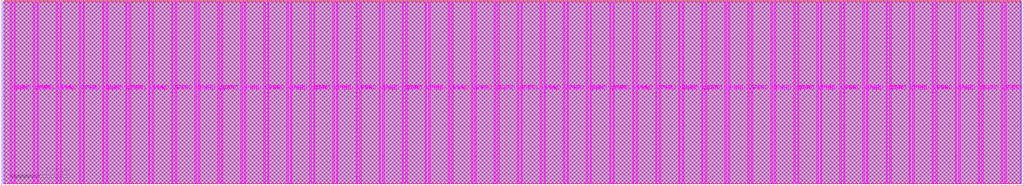
<source format=lef>
VERSION 5.7 ;
  NOWIREEXTENSIONATPIN ON ;
  DIVIDERCHAR "/" ;
  BUSBITCHARS "[]" ;
MACRO tt_um_corey
  CLASS BLOCK ;
  FOREIGN tt_um_corey ;
  ORIGIN 0.000 0.000 ;
  SIZE 1724.160 BY 313.740 ;
  PIN VGND
    DIRECTION INOUT ;
    USE GROUND ;
    PORT
      LAYER TopMetal1 ;
        RECT 21.580 3.150 23.780 310.180 ;
    END
    PORT
      LAYER TopMetal1 ;
        RECT 60.450 3.150 62.650 310.180 ;
    END
    PORT
      LAYER TopMetal1 ;
        RECT 99.320 3.150 101.520 310.180 ;
    END
    PORT
      LAYER TopMetal1 ;
        RECT 138.190 3.150 140.390 310.180 ;
    END
    PORT
      LAYER TopMetal1 ;
        RECT 177.060 3.150 179.260 310.180 ;
    END
    PORT
      LAYER TopMetal1 ;
        RECT 215.930 3.150 218.130 310.180 ;
    END
    PORT
      LAYER TopMetal1 ;
        RECT 254.800 3.150 257.000 310.180 ;
    END
    PORT
      LAYER TopMetal1 ;
        RECT 293.670 3.150 295.870 310.180 ;
    END
    PORT
      LAYER TopMetal1 ;
        RECT 332.540 3.150 334.740 310.180 ;
    END
    PORT
      LAYER TopMetal1 ;
        RECT 371.410 3.150 373.610 310.180 ;
    END
    PORT
      LAYER TopMetal1 ;
        RECT 410.280 3.150 412.480 310.180 ;
    END
    PORT
      LAYER TopMetal1 ;
        RECT 449.150 3.150 451.350 310.180 ;
    END
    PORT
      LAYER TopMetal1 ;
        RECT 488.020 3.150 490.220 310.180 ;
    END
    PORT
      LAYER TopMetal1 ;
        RECT 526.890 3.150 529.090 310.180 ;
    END
    PORT
      LAYER TopMetal1 ;
        RECT 565.760 3.150 567.960 310.180 ;
    END
    PORT
      LAYER TopMetal1 ;
        RECT 604.630 3.150 606.830 310.180 ;
    END
    PORT
      LAYER TopMetal1 ;
        RECT 643.500 3.150 645.700 310.180 ;
    END
    PORT
      LAYER TopMetal1 ;
        RECT 682.370 3.150 684.570 310.180 ;
    END
    PORT
      LAYER TopMetal1 ;
        RECT 721.240 3.150 723.440 310.180 ;
    END
    PORT
      LAYER TopMetal1 ;
        RECT 760.110 3.150 762.310 310.180 ;
    END
    PORT
      LAYER TopMetal1 ;
        RECT 798.980 3.150 801.180 310.180 ;
    END
    PORT
      LAYER TopMetal1 ;
        RECT 837.850 3.150 840.050 310.180 ;
    END
    PORT
      LAYER TopMetal1 ;
        RECT 876.720 3.150 878.920 310.180 ;
    END
    PORT
      LAYER TopMetal1 ;
        RECT 915.590 3.150 917.790 310.180 ;
    END
    PORT
      LAYER TopMetal1 ;
        RECT 954.460 3.150 956.660 310.180 ;
    END
    PORT
      LAYER TopMetal1 ;
        RECT 993.330 3.150 995.530 310.180 ;
    END
    PORT
      LAYER TopMetal1 ;
        RECT 1032.200 3.150 1034.400 310.180 ;
    END
    PORT
      LAYER TopMetal1 ;
        RECT 1071.070 3.150 1073.270 310.180 ;
    END
    PORT
      LAYER TopMetal1 ;
        RECT 1109.940 3.150 1112.140 310.180 ;
    END
    PORT
      LAYER TopMetal1 ;
        RECT 1148.810 3.150 1151.010 310.180 ;
    END
    PORT
      LAYER TopMetal1 ;
        RECT 1187.680 3.150 1189.880 310.180 ;
    END
    PORT
      LAYER TopMetal1 ;
        RECT 1226.550 3.150 1228.750 310.180 ;
    END
    PORT
      LAYER TopMetal1 ;
        RECT 1265.420 3.150 1267.620 310.180 ;
    END
    PORT
      LAYER TopMetal1 ;
        RECT 1304.290 3.150 1306.490 310.180 ;
    END
    PORT
      LAYER TopMetal1 ;
        RECT 1343.160 3.150 1345.360 310.180 ;
    END
    PORT
      LAYER TopMetal1 ;
        RECT 1382.030 3.150 1384.230 310.180 ;
    END
    PORT
      LAYER TopMetal1 ;
        RECT 1420.900 3.150 1423.100 310.180 ;
    END
    PORT
      LAYER TopMetal1 ;
        RECT 1459.770 3.150 1461.970 310.180 ;
    END
    PORT
      LAYER TopMetal1 ;
        RECT 1498.640 3.150 1500.840 310.180 ;
    END
    PORT
      LAYER TopMetal1 ;
        RECT 1537.510 3.150 1539.710 310.180 ;
    END
    PORT
      LAYER TopMetal1 ;
        RECT 1576.380 3.150 1578.580 310.180 ;
    END
    PORT
      LAYER TopMetal1 ;
        RECT 1615.250 3.150 1617.450 310.180 ;
    END
    PORT
      LAYER TopMetal1 ;
        RECT 1654.120 3.150 1656.320 310.180 ;
    END
    PORT
      LAYER TopMetal1 ;
        RECT 1692.990 3.150 1695.190 310.180 ;
    END
  END VGND
  PIN VPWR
    DIRECTION INOUT ;
    USE POWER ;
    PORT
      LAYER TopMetal1 ;
        RECT 15.380 3.560 17.580 310.590 ;
    END
    PORT
      LAYER TopMetal1 ;
        RECT 54.250 3.560 56.450 310.590 ;
    END
    PORT
      LAYER TopMetal1 ;
        RECT 93.120 3.560 95.320 310.590 ;
    END
    PORT
      LAYER TopMetal1 ;
        RECT 131.990 3.560 134.190 310.590 ;
    END
    PORT
      LAYER TopMetal1 ;
        RECT 170.860 3.560 173.060 310.590 ;
    END
    PORT
      LAYER TopMetal1 ;
        RECT 209.730 3.560 211.930 310.590 ;
    END
    PORT
      LAYER TopMetal1 ;
        RECT 248.600 3.560 250.800 310.590 ;
    END
    PORT
      LAYER TopMetal1 ;
        RECT 287.470 3.560 289.670 310.590 ;
    END
    PORT
      LAYER TopMetal1 ;
        RECT 326.340 3.560 328.540 310.590 ;
    END
    PORT
      LAYER TopMetal1 ;
        RECT 365.210 3.560 367.410 310.590 ;
    END
    PORT
      LAYER TopMetal1 ;
        RECT 404.080 3.560 406.280 310.590 ;
    END
    PORT
      LAYER TopMetal1 ;
        RECT 442.950 3.560 445.150 310.590 ;
    END
    PORT
      LAYER TopMetal1 ;
        RECT 481.820 3.560 484.020 310.590 ;
    END
    PORT
      LAYER TopMetal1 ;
        RECT 520.690 3.560 522.890 310.590 ;
    END
    PORT
      LAYER TopMetal1 ;
        RECT 559.560 3.560 561.760 310.590 ;
    END
    PORT
      LAYER TopMetal1 ;
        RECT 598.430 3.560 600.630 310.590 ;
    END
    PORT
      LAYER TopMetal1 ;
        RECT 637.300 3.560 639.500 310.590 ;
    END
    PORT
      LAYER TopMetal1 ;
        RECT 676.170 3.560 678.370 310.590 ;
    END
    PORT
      LAYER TopMetal1 ;
        RECT 715.040 3.560 717.240 310.590 ;
    END
    PORT
      LAYER TopMetal1 ;
        RECT 753.910 3.560 756.110 310.590 ;
    END
    PORT
      LAYER TopMetal1 ;
        RECT 792.780 3.560 794.980 310.590 ;
    END
    PORT
      LAYER TopMetal1 ;
        RECT 831.650 3.560 833.850 310.590 ;
    END
    PORT
      LAYER TopMetal1 ;
        RECT 870.520 3.560 872.720 310.590 ;
    END
    PORT
      LAYER TopMetal1 ;
        RECT 909.390 3.560 911.590 310.590 ;
    END
    PORT
      LAYER TopMetal1 ;
        RECT 948.260 3.560 950.460 310.590 ;
    END
    PORT
      LAYER TopMetal1 ;
        RECT 987.130 3.560 989.330 310.590 ;
    END
    PORT
      LAYER TopMetal1 ;
        RECT 1026.000 3.560 1028.200 310.590 ;
    END
    PORT
      LAYER TopMetal1 ;
        RECT 1064.870 3.560 1067.070 310.590 ;
    END
    PORT
      LAYER TopMetal1 ;
        RECT 1103.740 3.560 1105.940 310.590 ;
    END
    PORT
      LAYER TopMetal1 ;
        RECT 1142.610 3.560 1144.810 310.590 ;
    END
    PORT
      LAYER TopMetal1 ;
        RECT 1181.480 3.560 1183.680 310.590 ;
    END
    PORT
      LAYER TopMetal1 ;
        RECT 1220.350 3.560 1222.550 310.590 ;
    END
    PORT
      LAYER TopMetal1 ;
        RECT 1259.220 3.560 1261.420 310.590 ;
    END
    PORT
      LAYER TopMetal1 ;
        RECT 1298.090 3.560 1300.290 310.590 ;
    END
    PORT
      LAYER TopMetal1 ;
        RECT 1336.960 3.560 1339.160 310.590 ;
    END
    PORT
      LAYER TopMetal1 ;
        RECT 1375.830 3.560 1378.030 310.590 ;
    END
    PORT
      LAYER TopMetal1 ;
        RECT 1414.700 3.560 1416.900 310.590 ;
    END
    PORT
      LAYER TopMetal1 ;
        RECT 1453.570 3.560 1455.770 310.590 ;
    END
    PORT
      LAYER TopMetal1 ;
        RECT 1492.440 3.560 1494.640 310.590 ;
    END
    PORT
      LAYER TopMetal1 ;
        RECT 1531.310 3.560 1533.510 310.590 ;
    END
    PORT
      LAYER TopMetal1 ;
        RECT 1570.180 3.560 1572.380 310.590 ;
    END
    PORT
      LAYER TopMetal1 ;
        RECT 1609.050 3.560 1611.250 310.590 ;
    END
    PORT
      LAYER TopMetal1 ;
        RECT 1647.920 3.560 1650.120 310.590 ;
    END
    PORT
      LAYER TopMetal1 ;
        RECT 1686.790 3.560 1688.990 310.590 ;
    END
  END VPWR
  PIN clk
    DIRECTION INPUT ;
    USE SIGNAL ;
    ANTENNAGATEAREA 1.333800 ;
    ANTENNADIFFAREA 2.015400 ;
    PORT
      LAYER Metal4 ;
        RECT 187.050 312.740 187.350 313.740 ;
    END
  END clk
  PIN ena
    DIRECTION INPUT ;
    USE SIGNAL ;
    ANTENNAGATEAREA 0.180700 ;
    PORT
      LAYER Metal4 ;
        RECT 190.890 312.740 191.190 313.740 ;
    END
  END ena
  PIN rst_n
    DIRECTION INPUT ;
    USE SIGNAL ;
    ANTENNAGATEAREA 0.725400 ;
    PORT
      LAYER Metal4 ;
        RECT 183.210 312.740 183.510 313.740 ;
    END
  END rst_n
  PIN ui_in[0]
    DIRECTION INPUT ;
    USE SIGNAL ;
    ANTENNAGATEAREA 0.180700 ;
    PORT
      LAYER Metal4 ;
        RECT 179.370 312.740 179.670 313.740 ;
    END
  END ui_in[0]
  PIN ui_in[1]
    DIRECTION INPUT ;
    USE SIGNAL ;
    ANTENNAGATEAREA 0.180700 ;
    PORT
      LAYER Metal4 ;
        RECT 175.530 312.740 175.830 313.740 ;
    END
  END ui_in[1]
  PIN ui_in[2]
    DIRECTION INPUT ;
    USE SIGNAL ;
    ANTENNAGATEAREA 0.180700 ;
    PORT
      LAYER Metal4 ;
        RECT 171.690 312.740 171.990 313.740 ;
    END
  END ui_in[2]
  PIN ui_in[3]
    DIRECTION INPUT ;
    USE SIGNAL ;
    ANTENNAGATEAREA 0.180700 ;
    PORT
      LAYER Metal4 ;
        RECT 167.850 312.740 168.150 313.740 ;
    END
  END ui_in[3]
  PIN ui_in[4]
    DIRECTION INPUT ;
    USE SIGNAL ;
    ANTENNAGATEAREA 0.180700 ;
    PORT
      LAYER Metal4 ;
        RECT 164.010 312.740 164.310 313.740 ;
    END
  END ui_in[4]
  PIN ui_in[5]
    DIRECTION INPUT ;
    USE SIGNAL ;
    ANTENNAGATEAREA 0.180700 ;
    PORT
      LAYER Metal4 ;
        RECT 160.170 312.740 160.470 313.740 ;
    END
  END ui_in[5]
  PIN ui_in[6]
    DIRECTION INPUT ;
    USE SIGNAL ;
    ANTENNAGATEAREA 0.180700 ;
    PORT
      LAYER Metal4 ;
        RECT 156.330 312.740 156.630 313.740 ;
    END
  END ui_in[6]
  PIN ui_in[7]
    DIRECTION INPUT ;
    USE SIGNAL ;
    ANTENNAGATEAREA 0.180700 ;
    PORT
      LAYER Metal4 ;
        RECT 152.490 312.740 152.790 313.740 ;
    END
  END ui_in[7]
  PIN uio_in[0]
    DIRECTION INPUT ;
    USE SIGNAL ;
    PORT
      LAYER Metal4 ;
        RECT 148.650 312.740 148.950 313.740 ;
    END
  END uio_in[0]
  PIN uio_in[1]
    DIRECTION INPUT ;
    USE SIGNAL ;
    PORT
      LAYER Metal4 ;
        RECT 144.810 312.740 145.110 313.740 ;
    END
  END uio_in[1]
  PIN uio_in[2]
    DIRECTION INPUT ;
    USE SIGNAL ;
    ANTENNAGATEAREA 0.180700 ;
    PORT
      LAYER Metal4 ;
        RECT 140.970 312.740 141.270 313.740 ;
    END
  END uio_in[2]
  PIN uio_in[3]
    DIRECTION INPUT ;
    USE SIGNAL ;
    ANTENNAGATEAREA 0.180700 ;
    PORT
      LAYER Metal4 ;
        RECT 137.130 312.740 137.430 313.740 ;
    END
  END uio_in[3]
  PIN uio_in[4]
    DIRECTION INPUT ;
    USE SIGNAL ;
    ANTENNAGATEAREA 0.180700 ;
    PORT
      LAYER Metal4 ;
        RECT 133.290 312.740 133.590 313.740 ;
    END
  END uio_in[4]
  PIN uio_in[5]
    DIRECTION INPUT ;
    USE SIGNAL ;
    ANTENNAGATEAREA 0.180700 ;
    PORT
      LAYER Metal4 ;
        RECT 129.450 312.740 129.750 313.740 ;
    END
  END uio_in[5]
  PIN uio_in[6]
    DIRECTION INPUT ;
    USE SIGNAL ;
    PORT
      LAYER Metal4 ;
        RECT 125.610 312.740 125.910 313.740 ;
    END
  END uio_in[6]
  PIN uio_in[7]
    DIRECTION INPUT ;
    USE SIGNAL ;
    PORT
      LAYER Metal4 ;
        RECT 121.770 312.740 122.070 313.740 ;
    END
  END uio_in[7]
  PIN uio_oe[0]
    DIRECTION OUTPUT ;
    USE SIGNAL ;
    ANTENNADIFFAREA 0.392700 ;
    PORT
      LAYER Metal4 ;
        RECT 56.490 312.740 56.790 313.740 ;
    END
  END uio_oe[0]
  PIN uio_oe[1]
    DIRECTION OUTPUT ;
    USE SIGNAL ;
    ANTENNADIFFAREA 0.392700 ;
    PORT
      LAYER Metal4 ;
        RECT 52.650 312.740 52.950 313.740 ;
    END
  END uio_oe[1]
  PIN uio_oe[2]
    DIRECTION OUTPUT ;
    USE SIGNAL ;
    ANTENNADIFFAREA 0.299200 ;
    PORT
      LAYER Metal4 ;
        RECT 48.810 312.740 49.110 313.740 ;
    END
  END uio_oe[2]
  PIN uio_oe[3]
    DIRECTION OUTPUT ;
    USE SIGNAL ;
    ANTENNADIFFAREA 0.299200 ;
    PORT
      LAYER Metal4 ;
        RECT 44.970 312.740 45.270 313.740 ;
    END
  END uio_oe[3]
  PIN uio_oe[4]
    DIRECTION OUTPUT ;
    USE SIGNAL ;
    ANTENNADIFFAREA 0.392700 ;
    PORT
      LAYER Metal4 ;
        RECT 41.130 312.740 41.430 313.740 ;
    END
  END uio_oe[4]
  PIN uio_oe[5]
    DIRECTION OUTPUT ;
    USE SIGNAL ;
    ANTENNADIFFAREA 0.392700 ;
    PORT
      LAYER Metal4 ;
        RECT 37.290 312.740 37.590 313.740 ;
    END
  END uio_oe[5]
  PIN uio_oe[6]
    DIRECTION OUTPUT ;
    USE SIGNAL ;
    ANTENNADIFFAREA 0.392700 ;
    PORT
      LAYER Metal4 ;
        RECT 33.450 312.740 33.750 313.740 ;
    END
  END uio_oe[6]
  PIN uio_oe[7]
    DIRECTION OUTPUT ;
    USE SIGNAL ;
    ANTENNADIFFAREA 0.299200 ;
    PORT
      LAYER Metal4 ;
        RECT 29.610 312.740 29.910 313.740 ;
    END
  END uio_oe[7]
  PIN uio_out[0]
    DIRECTION OUTPUT ;
    USE SIGNAL ;
    ANTENNADIFFAREA 0.708600 ;
    PORT
      LAYER Metal4 ;
        RECT 87.210 312.740 87.510 313.740 ;
    END
  END uio_out[0]
  PIN uio_out[1]
    DIRECTION OUTPUT ;
    USE SIGNAL ;
    ANTENNAGATEAREA 0.906100 ;
    ANTENNADIFFAREA 0.972800 ;
    PORT
      LAYER Metal4 ;
        RECT 83.370 312.740 83.670 313.740 ;
    END
  END uio_out[1]
  PIN uio_out[2]
    DIRECTION OUTPUT ;
    USE SIGNAL ;
    ANTENNADIFFAREA 0.299200 ;
    PORT
      LAYER Metal4 ;
        RECT 79.530 312.740 79.830 313.740 ;
    END
  END uio_out[2]
  PIN uio_out[3]
    DIRECTION OUTPUT ;
    USE SIGNAL ;
    ANTENNADIFFAREA 0.299200 ;
    PORT
      LAYER Metal4 ;
        RECT 75.690 312.740 75.990 313.740 ;
    END
  END uio_out[3]
  PIN uio_out[4]
    DIRECTION OUTPUT ;
    USE SIGNAL ;
    ANTENNADIFFAREA 2.827200 ;
    PORT
      LAYER Metal4 ;
        RECT 71.850 312.740 72.150 313.740 ;
    END
  END uio_out[4]
  PIN uio_out[5]
    DIRECTION OUTPUT ;
    USE SIGNAL ;
    ANTENNADIFFAREA 0.299200 ;
    PORT
      LAYER Metal4 ;
        RECT 68.010 312.740 68.310 313.740 ;
    END
  END uio_out[5]
  PIN uio_out[6]
    DIRECTION OUTPUT ;
    USE SIGNAL ;
    ANTENNADIFFAREA 0.708600 ;
    PORT
      LAYER Metal4 ;
        RECT 64.170 312.740 64.470 313.740 ;
    END
  END uio_out[6]
  PIN uio_out[7]
    DIRECTION OUTPUT ;
    USE SIGNAL ;
    ANTENNADIFFAREA 0.299200 ;
    PORT
      LAYER Metal4 ;
        RECT 60.330 312.740 60.630 313.740 ;
    END
  END uio_out[7]
  PIN uo_out[0]
    DIRECTION OUTPUT ;
    USE SIGNAL ;
    ANTENNADIFFAREA 1.008100 ;
    PORT
      LAYER Metal4 ;
        RECT 117.930 312.740 118.230 313.740 ;
    END
  END uo_out[0]
  PIN uo_out[1]
    DIRECTION OUTPUT ;
    USE SIGNAL ;
    ANTENNADIFFAREA 1.008100 ;
    PORT
      LAYER Metal4 ;
        RECT 114.090 312.740 114.390 313.740 ;
    END
  END uo_out[1]
  PIN uo_out[2]
    DIRECTION OUTPUT ;
    USE SIGNAL ;
    ANTENNADIFFAREA 1.008100 ;
    PORT
      LAYER Metal4 ;
        RECT 110.250 312.740 110.550 313.740 ;
    END
  END uo_out[2]
  PIN uo_out[3]
    DIRECTION OUTPUT ;
    USE SIGNAL ;
    ANTENNADIFFAREA 1.008100 ;
    PORT
      LAYER Metal4 ;
        RECT 106.410 312.740 106.710 313.740 ;
    END
  END uo_out[3]
  PIN uo_out[4]
    DIRECTION OUTPUT ;
    USE SIGNAL ;
    ANTENNADIFFAREA 1.008100 ;
    PORT
      LAYER Metal4 ;
        RECT 102.570 312.740 102.870 313.740 ;
    END
  END uo_out[4]
  PIN uo_out[5]
    DIRECTION OUTPUT ;
    USE SIGNAL ;
    ANTENNADIFFAREA 1.008100 ;
    PORT
      LAYER Metal4 ;
        RECT 98.730 312.740 99.030 313.740 ;
    END
  END uo_out[5]
  PIN uo_out[6]
    DIRECTION OUTPUT ;
    USE SIGNAL ;
    ANTENNADIFFAREA 1.008100 ;
    PORT
      LAYER Metal4 ;
        RECT 94.890 312.740 95.190 313.740 ;
    END
  END uo_out[6]
  PIN uo_out[7]
    DIRECTION OUTPUT ;
    USE SIGNAL ;
    ANTENNADIFFAREA 1.008100 ;
    PORT
      LAYER Metal4 ;
        RECT 91.050 312.740 91.350 313.740 ;
    END
  END uo_out[7]
  OBS
      LAYER GatPoly ;
        RECT 2.880 3.630 1721.280 310.110 ;
      LAYER Metal1 ;
        RECT 2.880 3.560 1721.280 310.180 ;
      LAYER Metal2 ;
        RECT 3.735 3.635 1720.905 310.945 ;
      LAYER Metal3 ;
        RECT 3.695 3.680 1720.945 310.905 ;
      LAYER Metal4 ;
        RECT 6.135 312.530 29.400 312.740 ;
        RECT 30.120 312.530 33.240 312.740 ;
        RECT 33.960 312.530 37.080 312.740 ;
        RECT 37.800 312.530 40.920 312.740 ;
        RECT 41.640 312.530 44.760 312.740 ;
        RECT 45.480 312.530 48.600 312.740 ;
        RECT 49.320 312.530 52.440 312.740 ;
        RECT 53.160 312.530 56.280 312.740 ;
        RECT 57.000 312.530 60.120 312.740 ;
        RECT 60.840 312.530 63.960 312.740 ;
        RECT 64.680 312.530 67.800 312.740 ;
        RECT 68.520 312.530 71.640 312.740 ;
        RECT 72.360 312.530 75.480 312.740 ;
        RECT 76.200 312.530 79.320 312.740 ;
        RECT 80.040 312.530 83.160 312.740 ;
        RECT 83.880 312.530 87.000 312.740 ;
        RECT 87.720 312.530 90.840 312.740 ;
        RECT 91.560 312.530 94.680 312.740 ;
        RECT 95.400 312.530 98.520 312.740 ;
        RECT 99.240 312.530 102.360 312.740 ;
        RECT 103.080 312.530 106.200 312.740 ;
        RECT 106.920 312.530 110.040 312.740 ;
        RECT 110.760 312.530 113.880 312.740 ;
        RECT 114.600 312.530 117.720 312.740 ;
        RECT 118.440 312.530 121.560 312.740 ;
        RECT 122.280 312.530 125.400 312.740 ;
        RECT 126.120 312.530 129.240 312.740 ;
        RECT 129.960 312.530 133.080 312.740 ;
        RECT 133.800 312.530 136.920 312.740 ;
        RECT 137.640 312.530 140.760 312.740 ;
        RECT 141.480 312.530 144.600 312.740 ;
        RECT 145.320 312.530 148.440 312.740 ;
        RECT 149.160 312.530 152.280 312.740 ;
        RECT 153.000 312.530 156.120 312.740 ;
        RECT 156.840 312.530 159.960 312.740 ;
        RECT 160.680 312.530 163.800 312.740 ;
        RECT 164.520 312.530 167.640 312.740 ;
        RECT 168.360 312.530 171.480 312.740 ;
        RECT 172.200 312.530 175.320 312.740 ;
        RECT 176.040 312.530 179.160 312.740 ;
        RECT 179.880 312.530 183.000 312.740 ;
        RECT 183.720 312.530 186.840 312.740 ;
        RECT 187.560 312.530 190.680 312.740 ;
        RECT 191.400 312.530 1719.945 312.740 ;
        RECT 6.135 3.635 1719.945 312.530 ;
      LAYER Metal5 ;
        RECT 6.095 3.470 1719.985 310.270 ;
  END
END tt_um_corey
END LIBRARY


</source>
